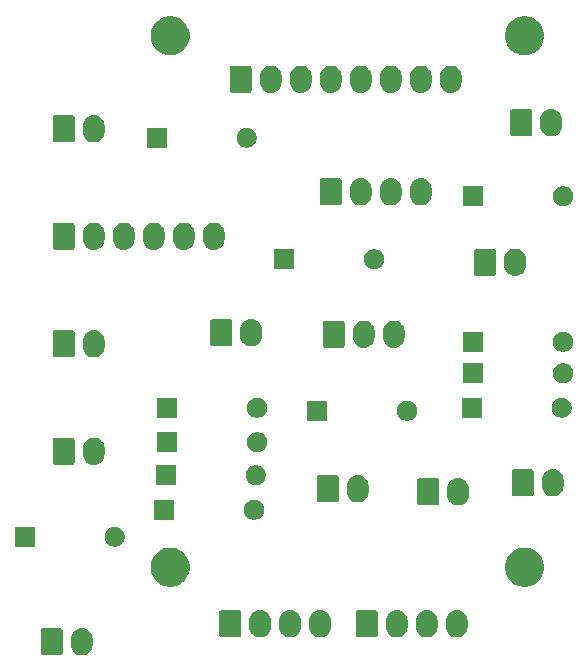
<source format=gbr>
G04 #@! TF.GenerationSoftware,KiCad,Pcbnew,(5.1.5-0-10_14)*
G04 #@! TF.CreationDate,2021-10-11T05:36:10+10:00*
G04 #@! TF.ProjectId,OH - Left Console - 32 - Selective Jettison,4f48202d-204c-4656-9674-20436f6e736f,rev?*
G04 #@! TF.SameCoordinates,Original*
G04 #@! TF.FileFunction,Soldermask,Top*
G04 #@! TF.FilePolarity,Negative*
%FSLAX46Y46*%
G04 Gerber Fmt 4.6, Leading zero omitted, Abs format (unit mm)*
G04 Created by KiCad (PCBNEW (5.1.5-0-10_14)) date 2021-10-11 05:36:10*
%MOMM*%
%LPD*%
G04 APERTURE LIST*
%ADD10C,0.100000*%
G04 APERTURE END LIST*
D10*
G36*
X73332547Y-117607326D02*
G01*
X73506156Y-117659990D01*
X73506158Y-117659991D01*
X73666155Y-117745511D01*
X73806397Y-117860603D01*
X73885729Y-117957271D01*
X73921489Y-118000844D01*
X74007010Y-118160843D01*
X74059674Y-118334452D01*
X74073000Y-118469756D01*
X74073000Y-119020243D01*
X74059674Y-119155548D01*
X74007010Y-119329157D01*
X73921489Y-119489156D01*
X73885729Y-119532729D01*
X73806397Y-119629397D01*
X73709729Y-119708729D01*
X73666156Y-119744489D01*
X73506157Y-119830010D01*
X73332548Y-119882674D01*
X73152000Y-119900456D01*
X72971453Y-119882674D01*
X72797844Y-119830010D01*
X72637845Y-119744489D01*
X72594272Y-119708729D01*
X72497604Y-119629397D01*
X72382513Y-119489157D01*
X72382512Y-119489155D01*
X72296990Y-119329157D01*
X72244326Y-119155548D01*
X72231000Y-119020244D01*
X72231000Y-118469757D01*
X72244326Y-118334453D01*
X72296990Y-118160844D01*
X72382511Y-118000845D01*
X72411801Y-117965155D01*
X72497603Y-117860603D01*
X72623388Y-117757375D01*
X72637844Y-117745511D01*
X72797843Y-117659990D01*
X72971452Y-117607326D01*
X73152000Y-117589544D01*
X73332547Y-117607326D01*
G37*
G36*
X71391561Y-117597966D02*
G01*
X71424383Y-117607923D01*
X71454632Y-117624092D01*
X71481148Y-117645852D01*
X71502908Y-117672368D01*
X71519077Y-117702617D01*
X71529034Y-117735439D01*
X71533000Y-117775713D01*
X71533000Y-119714287D01*
X71529034Y-119754561D01*
X71519077Y-119787383D01*
X71502908Y-119817632D01*
X71481148Y-119844148D01*
X71454632Y-119865908D01*
X71424383Y-119882077D01*
X71391561Y-119892034D01*
X71351287Y-119896000D01*
X69872713Y-119896000D01*
X69832439Y-119892034D01*
X69799617Y-119882077D01*
X69769368Y-119865908D01*
X69742852Y-119844148D01*
X69721092Y-119817632D01*
X69704923Y-119787383D01*
X69694966Y-119754561D01*
X69691000Y-119714287D01*
X69691000Y-117775713D01*
X69694966Y-117735439D01*
X69704923Y-117702617D01*
X69721092Y-117672368D01*
X69742852Y-117645852D01*
X69769368Y-117624092D01*
X69799617Y-117607923D01*
X69832439Y-117597966D01*
X69872713Y-117594000D01*
X71351287Y-117594000D01*
X71391561Y-117597966D01*
G37*
G36*
X88445547Y-116083326D02*
G01*
X88619156Y-116135990D01*
X88619158Y-116135991D01*
X88779155Y-116221511D01*
X88919397Y-116336603D01*
X88998729Y-116433271D01*
X89034489Y-116476844D01*
X89120010Y-116636843D01*
X89172674Y-116810452D01*
X89186000Y-116945756D01*
X89186000Y-117496243D01*
X89172674Y-117631548D01*
X89120010Y-117805157D01*
X89034489Y-117965156D01*
X88998729Y-118008729D01*
X88919397Y-118105397D01*
X88822729Y-118184729D01*
X88779156Y-118220489D01*
X88619157Y-118306010D01*
X88445548Y-118358674D01*
X88265000Y-118376456D01*
X88084453Y-118358674D01*
X87910844Y-118306010D01*
X87750845Y-118220489D01*
X87707272Y-118184729D01*
X87610604Y-118105397D01*
X87495513Y-117965157D01*
X87495512Y-117965155D01*
X87409990Y-117805157D01*
X87357326Y-117631548D01*
X87344000Y-117496244D01*
X87344000Y-116945757D01*
X87357326Y-116810453D01*
X87409990Y-116636844D01*
X87495511Y-116476845D01*
X87495512Y-116476844D01*
X87610603Y-116336603D01*
X87736388Y-116233375D01*
X87750844Y-116221511D01*
X87910843Y-116135990D01*
X88084452Y-116083326D01*
X88265000Y-116065544D01*
X88445547Y-116083326D01*
G37*
G36*
X90985547Y-116083326D02*
G01*
X91159156Y-116135990D01*
X91159158Y-116135991D01*
X91319155Y-116221511D01*
X91459397Y-116336603D01*
X91538729Y-116433271D01*
X91574489Y-116476844D01*
X91660010Y-116636843D01*
X91712674Y-116810452D01*
X91726000Y-116945756D01*
X91726000Y-117496243D01*
X91712674Y-117631548D01*
X91660010Y-117805157D01*
X91574489Y-117965156D01*
X91538729Y-118008729D01*
X91459397Y-118105397D01*
X91362729Y-118184729D01*
X91319156Y-118220489D01*
X91159157Y-118306010D01*
X90985548Y-118358674D01*
X90805000Y-118376456D01*
X90624453Y-118358674D01*
X90450844Y-118306010D01*
X90290845Y-118220489D01*
X90247272Y-118184729D01*
X90150604Y-118105397D01*
X90035513Y-117965157D01*
X90035512Y-117965155D01*
X89949990Y-117805157D01*
X89897326Y-117631548D01*
X89884000Y-117496244D01*
X89884000Y-116945757D01*
X89897326Y-116810453D01*
X89949990Y-116636844D01*
X90035511Y-116476845D01*
X90035512Y-116476844D01*
X90150603Y-116336603D01*
X90276388Y-116233375D01*
X90290844Y-116221511D01*
X90450843Y-116135990D01*
X90624452Y-116083326D01*
X90805000Y-116065544D01*
X90985547Y-116083326D01*
G37*
G36*
X93525547Y-116083326D02*
G01*
X93699156Y-116135990D01*
X93699158Y-116135991D01*
X93859155Y-116221511D01*
X93999397Y-116336603D01*
X94078729Y-116433271D01*
X94114489Y-116476844D01*
X94200010Y-116636843D01*
X94252674Y-116810452D01*
X94266000Y-116945756D01*
X94266000Y-117496243D01*
X94252674Y-117631548D01*
X94200010Y-117805157D01*
X94114489Y-117965156D01*
X94078729Y-118008729D01*
X93999397Y-118105397D01*
X93902729Y-118184729D01*
X93859156Y-118220489D01*
X93699157Y-118306010D01*
X93525548Y-118358674D01*
X93345000Y-118376456D01*
X93164453Y-118358674D01*
X92990844Y-118306010D01*
X92830845Y-118220489D01*
X92787272Y-118184729D01*
X92690604Y-118105397D01*
X92575513Y-117965157D01*
X92575512Y-117965155D01*
X92489990Y-117805157D01*
X92437326Y-117631548D01*
X92424000Y-117496244D01*
X92424000Y-116945757D01*
X92437326Y-116810453D01*
X92489990Y-116636844D01*
X92575511Y-116476845D01*
X92575512Y-116476844D01*
X92690603Y-116336603D01*
X92816388Y-116233375D01*
X92830844Y-116221511D01*
X92990843Y-116135990D01*
X93164452Y-116083326D01*
X93345000Y-116065544D01*
X93525547Y-116083326D01*
G37*
G36*
X100002547Y-116083326D02*
G01*
X100176156Y-116135990D01*
X100176158Y-116135991D01*
X100336155Y-116221511D01*
X100476397Y-116336603D01*
X100555729Y-116433271D01*
X100591489Y-116476844D01*
X100677010Y-116636843D01*
X100729674Y-116810452D01*
X100743000Y-116945756D01*
X100743000Y-117496243D01*
X100729674Y-117631548D01*
X100677010Y-117805157D01*
X100591489Y-117965156D01*
X100555729Y-118008729D01*
X100476397Y-118105397D01*
X100379729Y-118184729D01*
X100336156Y-118220489D01*
X100176157Y-118306010D01*
X100002548Y-118358674D01*
X99822000Y-118376456D01*
X99641453Y-118358674D01*
X99467844Y-118306010D01*
X99307845Y-118220489D01*
X99264272Y-118184729D01*
X99167604Y-118105397D01*
X99052513Y-117965157D01*
X99052512Y-117965155D01*
X98966990Y-117805157D01*
X98914326Y-117631548D01*
X98901000Y-117496244D01*
X98901000Y-116945757D01*
X98914326Y-116810453D01*
X98966990Y-116636844D01*
X99052511Y-116476845D01*
X99052512Y-116476844D01*
X99167603Y-116336603D01*
X99293388Y-116233375D01*
X99307844Y-116221511D01*
X99467843Y-116135990D01*
X99641452Y-116083326D01*
X99822000Y-116065544D01*
X100002547Y-116083326D01*
G37*
G36*
X102542547Y-116083326D02*
G01*
X102716156Y-116135990D01*
X102716158Y-116135991D01*
X102876155Y-116221511D01*
X103016397Y-116336603D01*
X103095729Y-116433271D01*
X103131489Y-116476844D01*
X103217010Y-116636843D01*
X103269674Y-116810452D01*
X103283000Y-116945756D01*
X103283000Y-117496243D01*
X103269674Y-117631548D01*
X103217010Y-117805157D01*
X103131489Y-117965156D01*
X103095729Y-118008729D01*
X103016397Y-118105397D01*
X102919729Y-118184729D01*
X102876156Y-118220489D01*
X102716157Y-118306010D01*
X102542548Y-118358674D01*
X102362000Y-118376456D01*
X102181453Y-118358674D01*
X102007844Y-118306010D01*
X101847845Y-118220489D01*
X101804272Y-118184729D01*
X101707604Y-118105397D01*
X101592513Y-117965157D01*
X101592512Y-117965155D01*
X101506990Y-117805157D01*
X101454326Y-117631548D01*
X101441000Y-117496244D01*
X101441000Y-116945757D01*
X101454326Y-116810453D01*
X101506990Y-116636844D01*
X101592511Y-116476845D01*
X101592512Y-116476844D01*
X101707603Y-116336603D01*
X101833388Y-116233375D01*
X101847844Y-116221511D01*
X102007843Y-116135990D01*
X102181452Y-116083326D01*
X102362000Y-116065544D01*
X102542547Y-116083326D01*
G37*
G36*
X105082547Y-116083326D02*
G01*
X105256156Y-116135990D01*
X105256158Y-116135991D01*
X105416155Y-116221511D01*
X105556397Y-116336603D01*
X105635729Y-116433271D01*
X105671489Y-116476844D01*
X105757010Y-116636843D01*
X105809674Y-116810452D01*
X105823000Y-116945756D01*
X105823000Y-117496243D01*
X105809674Y-117631548D01*
X105757010Y-117805157D01*
X105671489Y-117965156D01*
X105635729Y-118008729D01*
X105556397Y-118105397D01*
X105459729Y-118184729D01*
X105416156Y-118220489D01*
X105256157Y-118306010D01*
X105082548Y-118358674D01*
X104902000Y-118376456D01*
X104721453Y-118358674D01*
X104547844Y-118306010D01*
X104387845Y-118220489D01*
X104344272Y-118184729D01*
X104247604Y-118105397D01*
X104132513Y-117965157D01*
X104132512Y-117965155D01*
X104046990Y-117805157D01*
X103994326Y-117631548D01*
X103981000Y-117496244D01*
X103981000Y-116945757D01*
X103994326Y-116810453D01*
X104046990Y-116636844D01*
X104132511Y-116476845D01*
X104132512Y-116476844D01*
X104247603Y-116336603D01*
X104373388Y-116233375D01*
X104387844Y-116221511D01*
X104547843Y-116135990D01*
X104721452Y-116083326D01*
X104902000Y-116065544D01*
X105082547Y-116083326D01*
G37*
G36*
X98061561Y-116073966D02*
G01*
X98094383Y-116083923D01*
X98124632Y-116100092D01*
X98151148Y-116121852D01*
X98172908Y-116148368D01*
X98189077Y-116178617D01*
X98199034Y-116211439D01*
X98203000Y-116251713D01*
X98203000Y-118190287D01*
X98199034Y-118230561D01*
X98189077Y-118263383D01*
X98172908Y-118293632D01*
X98151148Y-118320148D01*
X98124632Y-118341908D01*
X98094383Y-118358077D01*
X98061561Y-118368034D01*
X98021287Y-118372000D01*
X96542713Y-118372000D01*
X96502439Y-118368034D01*
X96469617Y-118358077D01*
X96439368Y-118341908D01*
X96412852Y-118320148D01*
X96391092Y-118293632D01*
X96374923Y-118263383D01*
X96364966Y-118230561D01*
X96361000Y-118190287D01*
X96361000Y-116251713D01*
X96364966Y-116211439D01*
X96374923Y-116178617D01*
X96391092Y-116148368D01*
X96412852Y-116121852D01*
X96439368Y-116100092D01*
X96469617Y-116083923D01*
X96502439Y-116073966D01*
X96542713Y-116070000D01*
X98021287Y-116070000D01*
X98061561Y-116073966D01*
G37*
G36*
X86504561Y-116073966D02*
G01*
X86537383Y-116083923D01*
X86567632Y-116100092D01*
X86594148Y-116121852D01*
X86615908Y-116148368D01*
X86632077Y-116178617D01*
X86642034Y-116211439D01*
X86646000Y-116251713D01*
X86646000Y-118190287D01*
X86642034Y-118230561D01*
X86632077Y-118263383D01*
X86615908Y-118293632D01*
X86594148Y-118320148D01*
X86567632Y-118341908D01*
X86537383Y-118358077D01*
X86504561Y-118368034D01*
X86464287Y-118372000D01*
X84985713Y-118372000D01*
X84945439Y-118368034D01*
X84912617Y-118358077D01*
X84882368Y-118341908D01*
X84855852Y-118320148D01*
X84834092Y-118293632D01*
X84817923Y-118263383D01*
X84807966Y-118230561D01*
X84804000Y-118190287D01*
X84804000Y-116251713D01*
X84807966Y-116211439D01*
X84817923Y-116178617D01*
X84834092Y-116148368D01*
X84855852Y-116121852D01*
X84882368Y-116100092D01*
X84912617Y-116083923D01*
X84945439Y-116073966D01*
X84985713Y-116070000D01*
X86464287Y-116070000D01*
X86504561Y-116073966D01*
G37*
G36*
X111020256Y-110828298D02*
G01*
X111126579Y-110849447D01*
X111427042Y-110973903D01*
X111697451Y-111154585D01*
X111927415Y-111384549D01*
X112108097Y-111654958D01*
X112232553Y-111955421D01*
X112296000Y-112274391D01*
X112296000Y-112599609D01*
X112232553Y-112918579D01*
X112108097Y-113219042D01*
X111927415Y-113489451D01*
X111697451Y-113719415D01*
X111427042Y-113900097D01*
X111126579Y-114024553D01*
X111020256Y-114045702D01*
X110807611Y-114088000D01*
X110482389Y-114088000D01*
X110269744Y-114045702D01*
X110163421Y-114024553D01*
X109862958Y-113900097D01*
X109592549Y-113719415D01*
X109362585Y-113489451D01*
X109181903Y-113219042D01*
X109057447Y-112918579D01*
X108994000Y-112599609D01*
X108994000Y-112274391D01*
X109057447Y-111955421D01*
X109181903Y-111654958D01*
X109362585Y-111384549D01*
X109592549Y-111154585D01*
X109862958Y-110973903D01*
X110163421Y-110849447D01*
X110269744Y-110828298D01*
X110482389Y-110786000D01*
X110807611Y-110786000D01*
X111020256Y-110828298D01*
G37*
G36*
X81020256Y-110828298D02*
G01*
X81126579Y-110849447D01*
X81427042Y-110973903D01*
X81697451Y-111154585D01*
X81927415Y-111384549D01*
X82108097Y-111654958D01*
X82232553Y-111955421D01*
X82296000Y-112274391D01*
X82296000Y-112599609D01*
X82232553Y-112918579D01*
X82108097Y-113219042D01*
X81927415Y-113489451D01*
X81697451Y-113719415D01*
X81427042Y-113900097D01*
X81126579Y-114024553D01*
X81020256Y-114045702D01*
X80807611Y-114088000D01*
X80482389Y-114088000D01*
X80269744Y-114045702D01*
X80163421Y-114024553D01*
X79862958Y-113900097D01*
X79592549Y-113719415D01*
X79362585Y-113489451D01*
X79181903Y-113219042D01*
X79057447Y-112918579D01*
X78994000Y-112599609D01*
X78994000Y-112274391D01*
X79057447Y-111955421D01*
X79181903Y-111654958D01*
X79362585Y-111384549D01*
X79592549Y-111154585D01*
X79862958Y-110973903D01*
X80163421Y-110849447D01*
X80269744Y-110828298D01*
X80482389Y-110786000D01*
X80807611Y-110786000D01*
X81020256Y-110828298D01*
G37*
G36*
X76194228Y-109036703D02*
G01*
X76349100Y-109100853D01*
X76488481Y-109193985D01*
X76607015Y-109312519D01*
X76700147Y-109451900D01*
X76764297Y-109606772D01*
X76797000Y-109771184D01*
X76797000Y-109938816D01*
X76764297Y-110103228D01*
X76700147Y-110258100D01*
X76607015Y-110397481D01*
X76488481Y-110516015D01*
X76349100Y-110609147D01*
X76194228Y-110673297D01*
X76029816Y-110706000D01*
X75862184Y-110706000D01*
X75697772Y-110673297D01*
X75542900Y-110609147D01*
X75403519Y-110516015D01*
X75284985Y-110397481D01*
X75191853Y-110258100D01*
X75127703Y-110103228D01*
X75095000Y-109938816D01*
X75095000Y-109771184D01*
X75127703Y-109606772D01*
X75191853Y-109451900D01*
X75284985Y-109312519D01*
X75403519Y-109193985D01*
X75542900Y-109100853D01*
X75697772Y-109036703D01*
X75862184Y-109004000D01*
X76029816Y-109004000D01*
X76194228Y-109036703D01*
G37*
G36*
X69177000Y-110706000D02*
G01*
X67475000Y-110706000D01*
X67475000Y-109004000D01*
X69177000Y-109004000D01*
X69177000Y-110706000D01*
G37*
G36*
X88005228Y-106750703D02*
G01*
X88160100Y-106814853D01*
X88299481Y-106907985D01*
X88418015Y-107026519D01*
X88511147Y-107165900D01*
X88575297Y-107320772D01*
X88608000Y-107485184D01*
X88608000Y-107652816D01*
X88575297Y-107817228D01*
X88511147Y-107972100D01*
X88418015Y-108111481D01*
X88299481Y-108230015D01*
X88160100Y-108323147D01*
X88005228Y-108387297D01*
X87840816Y-108420000D01*
X87673184Y-108420000D01*
X87508772Y-108387297D01*
X87353900Y-108323147D01*
X87214519Y-108230015D01*
X87095985Y-108111481D01*
X87002853Y-107972100D01*
X86938703Y-107817228D01*
X86906000Y-107652816D01*
X86906000Y-107485184D01*
X86938703Y-107320772D01*
X87002853Y-107165900D01*
X87095985Y-107026519D01*
X87214519Y-106907985D01*
X87353900Y-106814853D01*
X87508772Y-106750703D01*
X87673184Y-106718000D01*
X87840816Y-106718000D01*
X88005228Y-106750703D01*
G37*
G36*
X80988000Y-108420000D02*
G01*
X79286000Y-108420000D01*
X79286000Y-106718000D01*
X80988000Y-106718000D01*
X80988000Y-108420000D01*
G37*
G36*
X105209547Y-104907326D02*
G01*
X105383156Y-104959990D01*
X105383158Y-104959991D01*
X105543155Y-105045511D01*
X105683397Y-105160603D01*
X105721345Y-105206844D01*
X105798489Y-105300844D01*
X105884010Y-105460843D01*
X105936674Y-105634452D01*
X105950000Y-105769756D01*
X105950000Y-106320243D01*
X105936674Y-106455548D01*
X105884010Y-106629157D01*
X105798489Y-106789156D01*
X105769581Y-106824380D01*
X105683397Y-106929397D01*
X105586729Y-107008729D01*
X105543156Y-107044489D01*
X105383157Y-107130010D01*
X105209548Y-107182674D01*
X105029000Y-107200456D01*
X104848453Y-107182674D01*
X104674844Y-107130010D01*
X104514845Y-107044489D01*
X104471272Y-107008729D01*
X104374604Y-106929397D01*
X104259513Y-106789157D01*
X104259512Y-106789155D01*
X104173990Y-106629157D01*
X104121326Y-106455548D01*
X104108000Y-106320244D01*
X104108000Y-105769757D01*
X104121326Y-105634453D01*
X104173990Y-105460844D01*
X104259511Y-105300845D01*
X104259512Y-105300844D01*
X104374603Y-105160603D01*
X104500388Y-105057375D01*
X104514844Y-105045511D01*
X104674843Y-104959990D01*
X104848452Y-104907326D01*
X105029000Y-104889544D01*
X105209547Y-104907326D01*
G37*
G36*
X103268561Y-104897966D02*
G01*
X103301383Y-104907923D01*
X103331632Y-104924092D01*
X103358148Y-104945852D01*
X103379908Y-104972368D01*
X103396077Y-105002617D01*
X103406034Y-105035439D01*
X103410000Y-105075713D01*
X103410000Y-107014287D01*
X103406034Y-107054561D01*
X103396077Y-107087383D01*
X103379908Y-107117632D01*
X103358148Y-107144148D01*
X103331632Y-107165908D01*
X103301383Y-107182077D01*
X103268561Y-107192034D01*
X103228287Y-107196000D01*
X101749713Y-107196000D01*
X101709439Y-107192034D01*
X101676617Y-107182077D01*
X101646368Y-107165908D01*
X101619852Y-107144148D01*
X101598092Y-107117632D01*
X101581923Y-107087383D01*
X101571966Y-107054561D01*
X101568000Y-107014287D01*
X101568000Y-105075713D01*
X101571966Y-105035439D01*
X101581923Y-105002617D01*
X101598092Y-104972368D01*
X101619852Y-104945852D01*
X101646368Y-104924092D01*
X101676617Y-104907923D01*
X101709439Y-104897966D01*
X101749713Y-104894000D01*
X103228287Y-104894000D01*
X103268561Y-104897966D01*
G37*
G36*
X96700547Y-104653326D02*
G01*
X96874156Y-104705990D01*
X96874158Y-104705991D01*
X97034155Y-104791511D01*
X97174397Y-104906603D01*
X97227668Y-104971515D01*
X97289489Y-105046844D01*
X97375010Y-105206843D01*
X97427674Y-105380452D01*
X97441000Y-105515756D01*
X97441000Y-106066243D01*
X97427674Y-106201548D01*
X97375010Y-106375157D01*
X97289489Y-106535156D01*
X97253729Y-106578729D01*
X97174397Y-106675397D01*
X97082635Y-106750703D01*
X97034156Y-106790489D01*
X96874157Y-106876010D01*
X96700548Y-106928674D01*
X96520000Y-106946456D01*
X96339453Y-106928674D01*
X96165844Y-106876010D01*
X96005845Y-106790489D01*
X95957366Y-106750703D01*
X95865604Y-106675397D01*
X95750513Y-106535157D01*
X95750512Y-106535155D01*
X95664990Y-106375157D01*
X95612326Y-106201548D01*
X95599000Y-106066244D01*
X95599000Y-105515757D01*
X95612326Y-105380453D01*
X95664990Y-105206844D01*
X95750511Y-105046845D01*
X95779419Y-105011620D01*
X95865603Y-104906603D01*
X95991388Y-104803375D01*
X96005844Y-104791511D01*
X96165843Y-104705990D01*
X96339452Y-104653326D01*
X96520000Y-104635544D01*
X96700547Y-104653326D01*
G37*
G36*
X94759561Y-104643966D02*
G01*
X94792383Y-104653923D01*
X94822632Y-104670092D01*
X94849148Y-104691852D01*
X94870908Y-104718368D01*
X94887077Y-104748617D01*
X94897034Y-104781439D01*
X94901000Y-104821713D01*
X94901000Y-106760287D01*
X94897034Y-106800561D01*
X94887077Y-106833383D01*
X94870908Y-106863632D01*
X94849148Y-106890148D01*
X94822632Y-106911908D01*
X94792383Y-106928077D01*
X94759561Y-106938034D01*
X94719287Y-106942000D01*
X93240713Y-106942000D01*
X93200439Y-106938034D01*
X93167617Y-106928077D01*
X93137368Y-106911908D01*
X93110852Y-106890148D01*
X93089092Y-106863632D01*
X93072923Y-106833383D01*
X93062966Y-106800561D01*
X93059000Y-106760287D01*
X93059000Y-104821713D01*
X93062966Y-104781439D01*
X93072923Y-104748617D01*
X93089092Y-104718368D01*
X93110852Y-104691852D01*
X93137368Y-104670092D01*
X93167617Y-104653923D01*
X93200439Y-104643966D01*
X93240713Y-104640000D01*
X94719287Y-104640000D01*
X94759561Y-104643966D01*
G37*
G36*
X113210547Y-104145326D02*
G01*
X113384156Y-104197990D01*
X113384158Y-104197991D01*
X113544155Y-104283511D01*
X113684397Y-104398603D01*
X113763729Y-104495271D01*
X113799489Y-104538844D01*
X113885010Y-104698843D01*
X113937674Y-104872452D01*
X113951000Y-105007756D01*
X113951000Y-105558243D01*
X113937674Y-105693548D01*
X113885010Y-105867157D01*
X113799489Y-106027156D01*
X113767411Y-106066243D01*
X113684397Y-106167397D01*
X113587729Y-106246729D01*
X113544156Y-106282489D01*
X113384157Y-106368010D01*
X113210548Y-106420674D01*
X113030000Y-106438456D01*
X112849453Y-106420674D01*
X112675844Y-106368010D01*
X112515845Y-106282489D01*
X112472272Y-106246729D01*
X112375604Y-106167397D01*
X112260513Y-106027157D01*
X112260512Y-106027155D01*
X112174990Y-105867157D01*
X112122326Y-105693548D01*
X112109000Y-105558244D01*
X112109000Y-105007757D01*
X112122326Y-104872453D01*
X112174990Y-104698844D01*
X112260511Y-104538845D01*
X112260512Y-104538844D01*
X112375603Y-104398603D01*
X112501388Y-104295375D01*
X112515844Y-104283511D01*
X112675843Y-104197990D01*
X112849452Y-104145326D01*
X113030000Y-104127544D01*
X113210547Y-104145326D01*
G37*
G36*
X111269561Y-104135966D02*
G01*
X111302383Y-104145923D01*
X111332632Y-104162092D01*
X111359148Y-104183852D01*
X111380908Y-104210368D01*
X111397077Y-104240617D01*
X111407034Y-104273439D01*
X111411000Y-104313713D01*
X111411000Y-106252287D01*
X111407034Y-106292561D01*
X111397077Y-106325383D01*
X111380908Y-106355632D01*
X111359148Y-106382148D01*
X111332632Y-106403908D01*
X111302383Y-106420077D01*
X111269561Y-106430034D01*
X111229287Y-106434000D01*
X109750713Y-106434000D01*
X109710439Y-106430034D01*
X109677617Y-106420077D01*
X109647368Y-106403908D01*
X109620852Y-106382148D01*
X109599092Y-106355632D01*
X109582923Y-106325383D01*
X109572966Y-106292561D01*
X109569000Y-106252287D01*
X109569000Y-104313713D01*
X109572966Y-104273439D01*
X109582923Y-104240617D01*
X109599092Y-104210368D01*
X109620852Y-104183852D01*
X109647368Y-104162092D01*
X109677617Y-104145923D01*
X109710439Y-104135966D01*
X109750713Y-104132000D01*
X111229287Y-104132000D01*
X111269561Y-104135966D01*
G37*
G36*
X81115000Y-105499000D02*
G01*
X79413000Y-105499000D01*
X79413000Y-103797000D01*
X81115000Y-103797000D01*
X81115000Y-105499000D01*
G37*
G36*
X88132228Y-103829703D02*
G01*
X88287100Y-103893853D01*
X88426481Y-103986985D01*
X88545015Y-104105519D01*
X88638147Y-104244900D01*
X88702297Y-104399772D01*
X88735000Y-104564184D01*
X88735000Y-104731816D01*
X88702297Y-104896228D01*
X88638147Y-105051100D01*
X88545015Y-105190481D01*
X88426481Y-105309015D01*
X88287100Y-105402147D01*
X88132228Y-105466297D01*
X87967816Y-105499000D01*
X87800184Y-105499000D01*
X87635772Y-105466297D01*
X87480900Y-105402147D01*
X87341519Y-105309015D01*
X87222985Y-105190481D01*
X87129853Y-105051100D01*
X87065703Y-104896228D01*
X87033000Y-104731816D01*
X87033000Y-104564184D01*
X87065703Y-104399772D01*
X87129853Y-104244900D01*
X87222985Y-104105519D01*
X87341519Y-103986985D01*
X87480900Y-103893853D01*
X87635772Y-103829703D01*
X87800184Y-103797000D01*
X87967816Y-103797000D01*
X88132228Y-103829703D01*
G37*
G36*
X74348547Y-101478326D02*
G01*
X74522156Y-101530990D01*
X74522158Y-101530991D01*
X74682155Y-101616511D01*
X74822397Y-101731603D01*
X74901729Y-101828271D01*
X74937489Y-101871844D01*
X75023010Y-102031843D01*
X75075674Y-102205452D01*
X75089000Y-102340756D01*
X75089000Y-102891243D01*
X75075674Y-103026548D01*
X75023010Y-103200157D01*
X74937489Y-103360156D01*
X74901729Y-103403729D01*
X74822397Y-103500397D01*
X74725729Y-103579729D01*
X74682156Y-103615489D01*
X74522157Y-103701010D01*
X74348548Y-103753674D01*
X74168000Y-103771456D01*
X73987453Y-103753674D01*
X73813844Y-103701010D01*
X73653845Y-103615489D01*
X73610272Y-103579729D01*
X73513604Y-103500397D01*
X73398513Y-103360157D01*
X73398512Y-103360155D01*
X73312990Y-103200157D01*
X73260326Y-103026548D01*
X73247000Y-102891244D01*
X73247000Y-102340757D01*
X73260326Y-102205453D01*
X73312990Y-102031844D01*
X73398511Y-101871845D01*
X73398512Y-101871844D01*
X73513603Y-101731603D01*
X73639388Y-101628375D01*
X73653844Y-101616511D01*
X73813843Y-101530990D01*
X73987452Y-101478326D01*
X74168000Y-101460544D01*
X74348547Y-101478326D01*
G37*
G36*
X72407561Y-101468966D02*
G01*
X72440383Y-101478923D01*
X72470632Y-101495092D01*
X72497148Y-101516852D01*
X72518908Y-101543368D01*
X72535077Y-101573617D01*
X72545034Y-101606439D01*
X72549000Y-101646713D01*
X72549000Y-103585287D01*
X72545034Y-103625561D01*
X72535077Y-103658383D01*
X72518908Y-103688632D01*
X72497148Y-103715148D01*
X72470632Y-103736908D01*
X72440383Y-103753077D01*
X72407561Y-103763034D01*
X72367287Y-103767000D01*
X70888713Y-103767000D01*
X70848439Y-103763034D01*
X70815617Y-103753077D01*
X70785368Y-103736908D01*
X70758852Y-103715148D01*
X70737092Y-103688632D01*
X70720923Y-103658383D01*
X70710966Y-103625561D01*
X70707000Y-103585287D01*
X70707000Y-101646713D01*
X70710966Y-101606439D01*
X70720923Y-101573617D01*
X70737092Y-101543368D01*
X70758852Y-101516852D01*
X70785368Y-101495092D01*
X70815617Y-101478923D01*
X70848439Y-101468966D01*
X70888713Y-101465000D01*
X72367287Y-101465000D01*
X72407561Y-101468966D01*
G37*
G36*
X81242000Y-102705000D02*
G01*
X79540000Y-102705000D01*
X79540000Y-101003000D01*
X81242000Y-101003000D01*
X81242000Y-102705000D01*
G37*
G36*
X88259228Y-101035703D02*
G01*
X88414100Y-101099853D01*
X88553481Y-101192985D01*
X88672015Y-101311519D01*
X88765147Y-101450900D01*
X88829297Y-101605772D01*
X88862000Y-101770184D01*
X88862000Y-101937816D01*
X88829297Y-102102228D01*
X88765147Y-102257100D01*
X88672015Y-102396481D01*
X88553481Y-102515015D01*
X88414100Y-102608147D01*
X88259228Y-102672297D01*
X88094816Y-102705000D01*
X87927184Y-102705000D01*
X87762772Y-102672297D01*
X87607900Y-102608147D01*
X87468519Y-102515015D01*
X87349985Y-102396481D01*
X87256853Y-102257100D01*
X87192703Y-102102228D01*
X87160000Y-101937816D01*
X87160000Y-101770184D01*
X87192703Y-101605772D01*
X87256853Y-101450900D01*
X87349985Y-101311519D01*
X87468519Y-101192985D01*
X87607900Y-101099853D01*
X87762772Y-101035703D01*
X87927184Y-101003000D01*
X88094816Y-101003000D01*
X88259228Y-101035703D01*
G37*
G36*
X100959228Y-98368703D02*
G01*
X101114100Y-98432853D01*
X101253481Y-98525985D01*
X101372015Y-98644519D01*
X101465147Y-98783900D01*
X101529297Y-98938772D01*
X101562000Y-99103184D01*
X101562000Y-99270816D01*
X101529297Y-99435228D01*
X101465147Y-99590100D01*
X101372015Y-99729481D01*
X101253481Y-99848015D01*
X101114100Y-99941147D01*
X100959228Y-100005297D01*
X100794816Y-100038000D01*
X100627184Y-100038000D01*
X100462772Y-100005297D01*
X100307900Y-99941147D01*
X100168519Y-99848015D01*
X100049985Y-99729481D01*
X99956853Y-99590100D01*
X99892703Y-99435228D01*
X99860000Y-99270816D01*
X99860000Y-99103184D01*
X99892703Y-98938772D01*
X99956853Y-98783900D01*
X100049985Y-98644519D01*
X100168519Y-98525985D01*
X100307900Y-98432853D01*
X100462772Y-98368703D01*
X100627184Y-98336000D01*
X100794816Y-98336000D01*
X100959228Y-98368703D01*
G37*
G36*
X93942000Y-100038000D02*
G01*
X92240000Y-100038000D01*
X92240000Y-98336000D01*
X93942000Y-98336000D01*
X93942000Y-100038000D01*
G37*
G36*
X88259228Y-98114703D02*
G01*
X88414100Y-98178853D01*
X88553481Y-98271985D01*
X88672015Y-98390519D01*
X88765147Y-98529900D01*
X88829297Y-98684772D01*
X88862000Y-98849184D01*
X88862000Y-99016816D01*
X88829297Y-99181228D01*
X88765147Y-99336100D01*
X88672015Y-99475481D01*
X88553481Y-99594015D01*
X88414100Y-99687147D01*
X88259228Y-99751297D01*
X88094816Y-99784000D01*
X87927184Y-99784000D01*
X87762772Y-99751297D01*
X87607900Y-99687147D01*
X87468519Y-99594015D01*
X87349985Y-99475481D01*
X87256853Y-99336100D01*
X87192703Y-99181228D01*
X87160000Y-99016816D01*
X87160000Y-98849184D01*
X87192703Y-98684772D01*
X87256853Y-98529900D01*
X87349985Y-98390519D01*
X87468519Y-98271985D01*
X87607900Y-98178853D01*
X87762772Y-98114703D01*
X87927184Y-98082000D01*
X88094816Y-98082000D01*
X88259228Y-98114703D01*
G37*
G36*
X107023000Y-99784000D02*
G01*
X105321000Y-99784000D01*
X105321000Y-98082000D01*
X107023000Y-98082000D01*
X107023000Y-99784000D01*
G37*
G36*
X114040228Y-98114703D02*
G01*
X114195100Y-98178853D01*
X114334481Y-98271985D01*
X114453015Y-98390519D01*
X114546147Y-98529900D01*
X114610297Y-98684772D01*
X114643000Y-98849184D01*
X114643000Y-99016816D01*
X114610297Y-99181228D01*
X114546147Y-99336100D01*
X114453015Y-99475481D01*
X114334481Y-99594015D01*
X114195100Y-99687147D01*
X114040228Y-99751297D01*
X113875816Y-99784000D01*
X113708184Y-99784000D01*
X113543772Y-99751297D01*
X113388900Y-99687147D01*
X113249519Y-99594015D01*
X113130985Y-99475481D01*
X113037853Y-99336100D01*
X112973703Y-99181228D01*
X112941000Y-99016816D01*
X112941000Y-98849184D01*
X112973703Y-98684772D01*
X113037853Y-98529900D01*
X113130985Y-98390519D01*
X113249519Y-98271985D01*
X113388900Y-98178853D01*
X113543772Y-98114703D01*
X113708184Y-98082000D01*
X113875816Y-98082000D01*
X114040228Y-98114703D01*
G37*
G36*
X81242000Y-99784000D02*
G01*
X79540000Y-99784000D01*
X79540000Y-98082000D01*
X81242000Y-98082000D01*
X81242000Y-99784000D01*
G37*
G36*
X107150000Y-96863000D02*
G01*
X105448000Y-96863000D01*
X105448000Y-95161000D01*
X107150000Y-95161000D01*
X107150000Y-96863000D01*
G37*
G36*
X114167228Y-95193703D02*
G01*
X114322100Y-95257853D01*
X114461481Y-95350985D01*
X114580015Y-95469519D01*
X114673147Y-95608900D01*
X114737297Y-95763772D01*
X114770000Y-95928184D01*
X114770000Y-96095816D01*
X114737297Y-96260228D01*
X114673147Y-96415100D01*
X114580015Y-96554481D01*
X114461481Y-96673015D01*
X114322100Y-96766147D01*
X114167228Y-96830297D01*
X114002816Y-96863000D01*
X113835184Y-96863000D01*
X113670772Y-96830297D01*
X113515900Y-96766147D01*
X113376519Y-96673015D01*
X113257985Y-96554481D01*
X113164853Y-96415100D01*
X113100703Y-96260228D01*
X113068000Y-96095816D01*
X113068000Y-95928184D01*
X113100703Y-95763772D01*
X113164853Y-95608900D01*
X113257985Y-95469519D01*
X113376519Y-95350985D01*
X113515900Y-95257853D01*
X113670772Y-95193703D01*
X113835184Y-95161000D01*
X114002816Y-95161000D01*
X114167228Y-95193703D01*
G37*
G36*
X74348547Y-92376626D02*
G01*
X74522156Y-92429290D01*
X74522158Y-92429291D01*
X74682155Y-92514811D01*
X74822397Y-92629903D01*
X74866780Y-92683985D01*
X74937489Y-92770144D01*
X75023010Y-92930143D01*
X75075674Y-93103752D01*
X75089000Y-93239056D01*
X75089000Y-93789543D01*
X75075674Y-93924848D01*
X75023010Y-94098457D01*
X74937489Y-94258456D01*
X74901729Y-94302029D01*
X74822397Y-94398697D01*
X74725729Y-94478029D01*
X74682156Y-94513789D01*
X74522157Y-94599310D01*
X74348548Y-94651974D01*
X74168000Y-94669756D01*
X73987453Y-94651974D01*
X73813844Y-94599310D01*
X73653845Y-94513789D01*
X73610272Y-94478029D01*
X73513604Y-94398697D01*
X73398513Y-94258457D01*
X73398512Y-94258455D01*
X73312990Y-94098457D01*
X73260326Y-93924848D01*
X73247000Y-93789544D01*
X73247000Y-93239057D01*
X73260326Y-93103753D01*
X73312990Y-92930144D01*
X73398511Y-92770145D01*
X73398512Y-92770144D01*
X73513603Y-92629903D01*
X73617043Y-92545013D01*
X73653844Y-92514811D01*
X73813843Y-92429290D01*
X73987452Y-92376626D01*
X74168000Y-92358844D01*
X74348547Y-92376626D01*
G37*
G36*
X72407561Y-92367266D02*
G01*
X72440383Y-92377223D01*
X72470632Y-92393392D01*
X72497148Y-92415152D01*
X72518908Y-92441668D01*
X72535077Y-92471917D01*
X72545034Y-92504739D01*
X72549000Y-92545013D01*
X72549000Y-94483587D01*
X72545034Y-94523861D01*
X72535077Y-94556683D01*
X72518908Y-94586932D01*
X72497148Y-94613448D01*
X72470632Y-94635208D01*
X72440383Y-94651377D01*
X72407561Y-94661334D01*
X72367287Y-94665300D01*
X70888713Y-94665300D01*
X70848439Y-94661334D01*
X70815617Y-94651377D01*
X70785368Y-94635208D01*
X70758852Y-94613448D01*
X70737092Y-94586932D01*
X70720923Y-94556683D01*
X70710966Y-94523861D01*
X70707000Y-94483587D01*
X70707000Y-92545013D01*
X70710966Y-92504739D01*
X70720923Y-92471917D01*
X70737092Y-92441668D01*
X70758852Y-92415152D01*
X70785368Y-92393392D01*
X70815617Y-92377223D01*
X70848439Y-92367266D01*
X70888713Y-92363300D01*
X72367287Y-92363300D01*
X72407561Y-92367266D01*
G37*
G36*
X114167228Y-92526703D02*
G01*
X114322100Y-92590853D01*
X114461481Y-92683985D01*
X114580015Y-92802519D01*
X114673147Y-92941900D01*
X114737297Y-93096772D01*
X114770000Y-93261184D01*
X114770000Y-93428816D01*
X114737297Y-93593228D01*
X114673147Y-93748100D01*
X114580015Y-93887481D01*
X114461481Y-94006015D01*
X114322100Y-94099147D01*
X114167228Y-94163297D01*
X114002816Y-94196000D01*
X113835184Y-94196000D01*
X113670772Y-94163297D01*
X113515900Y-94099147D01*
X113376519Y-94006015D01*
X113257985Y-93887481D01*
X113164853Y-93748100D01*
X113100703Y-93593228D01*
X113068000Y-93428816D01*
X113068000Y-93261184D01*
X113100703Y-93096772D01*
X113164853Y-92941900D01*
X113257985Y-92802519D01*
X113376519Y-92683985D01*
X113515900Y-92590853D01*
X113670772Y-92526703D01*
X113835184Y-92494000D01*
X114002816Y-92494000D01*
X114167228Y-92526703D01*
G37*
G36*
X107150000Y-94196000D02*
G01*
X105448000Y-94196000D01*
X105448000Y-92494000D01*
X107150000Y-92494000D01*
X107150000Y-94196000D01*
G37*
G36*
X99748547Y-91572326D02*
G01*
X99922156Y-91624990D01*
X99922158Y-91624991D01*
X100082155Y-91710511D01*
X100222397Y-91825603D01*
X100301729Y-91922271D01*
X100337489Y-91965844D01*
X100423010Y-92125843D01*
X100475674Y-92299452D01*
X100489000Y-92434756D01*
X100489000Y-92985243D01*
X100475674Y-93120548D01*
X100423010Y-93294157D01*
X100337489Y-93454156D01*
X100301729Y-93497729D01*
X100222397Y-93594397D01*
X100146741Y-93656485D01*
X100082156Y-93709489D01*
X99922157Y-93795010D01*
X99748548Y-93847674D01*
X99568000Y-93865456D01*
X99387453Y-93847674D01*
X99213844Y-93795010D01*
X99053845Y-93709489D01*
X98989260Y-93656485D01*
X98913604Y-93594397D01*
X98798513Y-93454157D01*
X98798512Y-93454155D01*
X98712990Y-93294157D01*
X98660326Y-93120548D01*
X98647818Y-92993546D01*
X98647000Y-92985245D01*
X98647000Y-92434756D01*
X98652054Y-92383446D01*
X98660326Y-92299453D01*
X98712990Y-92125844D01*
X98798511Y-91965845D01*
X98798512Y-91965844D01*
X98913603Y-91825603D01*
X99039388Y-91722375D01*
X99053844Y-91710511D01*
X99213843Y-91624990D01*
X99387452Y-91572326D01*
X99568000Y-91554544D01*
X99748547Y-91572326D01*
G37*
G36*
X97208547Y-91572326D02*
G01*
X97382156Y-91624990D01*
X97382158Y-91624991D01*
X97542155Y-91710511D01*
X97682397Y-91825603D01*
X97761729Y-91922271D01*
X97797489Y-91965844D01*
X97883010Y-92125843D01*
X97935674Y-92299452D01*
X97949000Y-92434756D01*
X97949000Y-92985243D01*
X97935674Y-93120548D01*
X97883010Y-93294157D01*
X97797489Y-93454156D01*
X97761729Y-93497729D01*
X97682397Y-93594397D01*
X97606741Y-93656485D01*
X97542156Y-93709489D01*
X97382157Y-93795010D01*
X97208548Y-93847674D01*
X97028000Y-93865456D01*
X96847453Y-93847674D01*
X96673844Y-93795010D01*
X96513845Y-93709489D01*
X96449260Y-93656485D01*
X96373604Y-93594397D01*
X96258513Y-93454157D01*
X96258512Y-93454155D01*
X96172990Y-93294157D01*
X96120326Y-93120548D01*
X96107818Y-92993546D01*
X96107000Y-92985245D01*
X96107000Y-92434756D01*
X96112054Y-92383446D01*
X96120326Y-92299453D01*
X96172990Y-92125844D01*
X96258511Y-91965845D01*
X96258512Y-91965844D01*
X96373603Y-91825603D01*
X96499388Y-91722375D01*
X96513844Y-91710511D01*
X96673843Y-91624990D01*
X96847452Y-91572326D01*
X97028000Y-91554544D01*
X97208547Y-91572326D01*
G37*
G36*
X95267561Y-91562966D02*
G01*
X95300383Y-91572923D01*
X95330632Y-91589092D01*
X95357148Y-91610852D01*
X95378908Y-91637368D01*
X95395077Y-91667617D01*
X95405034Y-91700439D01*
X95409000Y-91740713D01*
X95409000Y-93679287D01*
X95405034Y-93719561D01*
X95395077Y-93752383D01*
X95378908Y-93782632D01*
X95357148Y-93809148D01*
X95330632Y-93830908D01*
X95300383Y-93847077D01*
X95267561Y-93857034D01*
X95227287Y-93861000D01*
X93748713Y-93861000D01*
X93708439Y-93857034D01*
X93675617Y-93847077D01*
X93645368Y-93830908D01*
X93618852Y-93809148D01*
X93597092Y-93782632D01*
X93580923Y-93752383D01*
X93570966Y-93719561D01*
X93567000Y-93679287D01*
X93567000Y-91740713D01*
X93570966Y-91700439D01*
X93580923Y-91667617D01*
X93597092Y-91637368D01*
X93618852Y-91610852D01*
X93645368Y-91589092D01*
X93675617Y-91572923D01*
X93708439Y-91562966D01*
X93748713Y-91559000D01*
X95227287Y-91559000D01*
X95267561Y-91562966D01*
G37*
G36*
X87683547Y-91445326D02*
G01*
X87857156Y-91497990D01*
X87857158Y-91497991D01*
X88017155Y-91583511D01*
X88157397Y-91698603D01*
X88217650Y-91772023D01*
X88272489Y-91838844D01*
X88358010Y-91998843D01*
X88410674Y-92172452D01*
X88410674Y-92172454D01*
X88423183Y-92299455D01*
X88424000Y-92307756D01*
X88424000Y-92858243D01*
X88410674Y-92993548D01*
X88358010Y-93167157D01*
X88272489Y-93327156D01*
X88236729Y-93370729D01*
X88157397Y-93467397D01*
X88060729Y-93546729D01*
X88017156Y-93582489D01*
X87857157Y-93668010D01*
X87683548Y-93720674D01*
X87503000Y-93738456D01*
X87322453Y-93720674D01*
X87148844Y-93668010D01*
X86988845Y-93582489D01*
X86945272Y-93546729D01*
X86848604Y-93467397D01*
X86733513Y-93327157D01*
X86733512Y-93327155D01*
X86647990Y-93167157D01*
X86595326Y-92993548D01*
X86582000Y-92858244D01*
X86582000Y-92307757D01*
X86595326Y-92172453D01*
X86647990Y-91998844D01*
X86733511Y-91838845D01*
X86733512Y-91838844D01*
X86848603Y-91698603D01*
X86955529Y-91610852D01*
X86988844Y-91583511D01*
X87148843Y-91497990D01*
X87322452Y-91445326D01*
X87503000Y-91427544D01*
X87683547Y-91445326D01*
G37*
G36*
X85742561Y-91435966D02*
G01*
X85775383Y-91445923D01*
X85805632Y-91462092D01*
X85832148Y-91483852D01*
X85853908Y-91510368D01*
X85870077Y-91540617D01*
X85880034Y-91573439D01*
X85884000Y-91613713D01*
X85884000Y-93552287D01*
X85880034Y-93592561D01*
X85870077Y-93625383D01*
X85853908Y-93655632D01*
X85832148Y-93682148D01*
X85805632Y-93703908D01*
X85775383Y-93720077D01*
X85742561Y-93730034D01*
X85702287Y-93734000D01*
X84223713Y-93734000D01*
X84183439Y-93730034D01*
X84150617Y-93720077D01*
X84120368Y-93703908D01*
X84093852Y-93682148D01*
X84072092Y-93655632D01*
X84055923Y-93625383D01*
X84045966Y-93592561D01*
X84042000Y-93552287D01*
X84042000Y-91613713D01*
X84045966Y-91573439D01*
X84055923Y-91540617D01*
X84072092Y-91510368D01*
X84093852Y-91483852D01*
X84120368Y-91462092D01*
X84150617Y-91445923D01*
X84183439Y-91435966D01*
X84223713Y-91432000D01*
X85702287Y-91432000D01*
X85742561Y-91435966D01*
G37*
G36*
X110035547Y-85476326D02*
G01*
X110209156Y-85528990D01*
X110209158Y-85528991D01*
X110369155Y-85614511D01*
X110509397Y-85729603D01*
X110588729Y-85826271D01*
X110624489Y-85869844D01*
X110710010Y-86029843D01*
X110762674Y-86203452D01*
X110776000Y-86338756D01*
X110776000Y-86889243D01*
X110762674Y-87024548D01*
X110710010Y-87198157D01*
X110624489Y-87358156D01*
X110588729Y-87401729D01*
X110509397Y-87498397D01*
X110412729Y-87577729D01*
X110369156Y-87613489D01*
X110209157Y-87699010D01*
X110035548Y-87751674D01*
X109855000Y-87769456D01*
X109674453Y-87751674D01*
X109500844Y-87699010D01*
X109340845Y-87613489D01*
X109297272Y-87577729D01*
X109200604Y-87498397D01*
X109085513Y-87358157D01*
X109085512Y-87358155D01*
X108999990Y-87198157D01*
X108947326Y-87024548D01*
X108934000Y-86889244D01*
X108934000Y-86338757D01*
X108947326Y-86203453D01*
X108999990Y-86029844D01*
X109085511Y-85869845D01*
X109085512Y-85869844D01*
X109200603Y-85729603D01*
X109326388Y-85626375D01*
X109340844Y-85614511D01*
X109500843Y-85528990D01*
X109674452Y-85476326D01*
X109855000Y-85458544D01*
X110035547Y-85476326D01*
G37*
G36*
X108094561Y-85466966D02*
G01*
X108127383Y-85476923D01*
X108157632Y-85493092D01*
X108184148Y-85514852D01*
X108205908Y-85541368D01*
X108222077Y-85571617D01*
X108232034Y-85604439D01*
X108236000Y-85644713D01*
X108236000Y-87583287D01*
X108232034Y-87623561D01*
X108222077Y-87656383D01*
X108205908Y-87686632D01*
X108184148Y-87713148D01*
X108157632Y-87734908D01*
X108127383Y-87751077D01*
X108094561Y-87761034D01*
X108054287Y-87765000D01*
X106575713Y-87765000D01*
X106535439Y-87761034D01*
X106502617Y-87751077D01*
X106472368Y-87734908D01*
X106445852Y-87713148D01*
X106424092Y-87686632D01*
X106407923Y-87656383D01*
X106397966Y-87623561D01*
X106394000Y-87583287D01*
X106394000Y-85644713D01*
X106397966Y-85604439D01*
X106407923Y-85571617D01*
X106424092Y-85541368D01*
X106445852Y-85514852D01*
X106472368Y-85493092D01*
X106502617Y-85476923D01*
X106535439Y-85466966D01*
X106575713Y-85463000D01*
X108054287Y-85463000D01*
X108094561Y-85466966D01*
G37*
G36*
X91148000Y-87211000D02*
G01*
X89446000Y-87211000D01*
X89446000Y-85509000D01*
X91148000Y-85509000D01*
X91148000Y-87211000D01*
G37*
G36*
X98165228Y-85541703D02*
G01*
X98320100Y-85605853D01*
X98459481Y-85698985D01*
X98578015Y-85817519D01*
X98671147Y-85956900D01*
X98735297Y-86111772D01*
X98768000Y-86276184D01*
X98768000Y-86443816D01*
X98735297Y-86608228D01*
X98671147Y-86763100D01*
X98578015Y-86902481D01*
X98459481Y-87021015D01*
X98320100Y-87114147D01*
X98165228Y-87178297D01*
X98000816Y-87211000D01*
X97833184Y-87211000D01*
X97668772Y-87178297D01*
X97513900Y-87114147D01*
X97374519Y-87021015D01*
X97255985Y-86902481D01*
X97162853Y-86763100D01*
X97098703Y-86608228D01*
X97066000Y-86443816D01*
X97066000Y-86276184D01*
X97098703Y-86111772D01*
X97162853Y-85956900D01*
X97255985Y-85817519D01*
X97374519Y-85698985D01*
X97513900Y-85605853D01*
X97668772Y-85541703D01*
X97833184Y-85509000D01*
X98000816Y-85509000D01*
X98165228Y-85541703D01*
G37*
G36*
X74348547Y-83275026D02*
G01*
X74522156Y-83327690D01*
X74522158Y-83327691D01*
X74682155Y-83413211D01*
X74822397Y-83528303D01*
X74901729Y-83624971D01*
X74937489Y-83668544D01*
X75023010Y-83828543D01*
X75075674Y-84002152D01*
X75089000Y-84137456D01*
X75089000Y-84687943D01*
X75075674Y-84823248D01*
X75023010Y-84996857D01*
X74937489Y-85156856D01*
X74901729Y-85200429D01*
X74822397Y-85297097D01*
X74725729Y-85376429D01*
X74682156Y-85412189D01*
X74522157Y-85497710D01*
X74348548Y-85550374D01*
X74168000Y-85568156D01*
X73987453Y-85550374D01*
X73813844Y-85497710D01*
X73653845Y-85412189D01*
X73610272Y-85376429D01*
X73513604Y-85297097D01*
X73398513Y-85156857D01*
X73398512Y-85156855D01*
X73312990Y-84996857D01*
X73260326Y-84823248D01*
X73247000Y-84687944D01*
X73247000Y-84137457D01*
X73260326Y-84002153D01*
X73312990Y-83828544D01*
X73398511Y-83668545D01*
X73398512Y-83668544D01*
X73513603Y-83528303D01*
X73639388Y-83425075D01*
X73653844Y-83413211D01*
X73813843Y-83327690D01*
X73987452Y-83275026D01*
X74168000Y-83257244D01*
X74348547Y-83275026D01*
G37*
G36*
X76888547Y-83275026D02*
G01*
X77062156Y-83327690D01*
X77062158Y-83327691D01*
X77222155Y-83413211D01*
X77362397Y-83528303D01*
X77441729Y-83624971D01*
X77477489Y-83668544D01*
X77563010Y-83828543D01*
X77615674Y-84002152D01*
X77629000Y-84137456D01*
X77629000Y-84687943D01*
X77615674Y-84823248D01*
X77563010Y-84996857D01*
X77477489Y-85156856D01*
X77441729Y-85200429D01*
X77362397Y-85297097D01*
X77265729Y-85376429D01*
X77222156Y-85412189D01*
X77062157Y-85497710D01*
X76888548Y-85550374D01*
X76708000Y-85568156D01*
X76527453Y-85550374D01*
X76353844Y-85497710D01*
X76193845Y-85412189D01*
X76150272Y-85376429D01*
X76053604Y-85297097D01*
X75938513Y-85156857D01*
X75938512Y-85156855D01*
X75852990Y-84996857D01*
X75800326Y-84823248D01*
X75787000Y-84687944D01*
X75787000Y-84137457D01*
X75800326Y-84002153D01*
X75852990Y-83828544D01*
X75938511Y-83668545D01*
X75938512Y-83668544D01*
X76053603Y-83528303D01*
X76179388Y-83425075D01*
X76193844Y-83413211D01*
X76353843Y-83327690D01*
X76527452Y-83275026D01*
X76708000Y-83257244D01*
X76888547Y-83275026D01*
G37*
G36*
X79428547Y-83275026D02*
G01*
X79602156Y-83327690D01*
X79602158Y-83327691D01*
X79762155Y-83413211D01*
X79902397Y-83528303D01*
X79981729Y-83624971D01*
X80017489Y-83668544D01*
X80103010Y-83828543D01*
X80155674Y-84002152D01*
X80169000Y-84137456D01*
X80169000Y-84687943D01*
X80155674Y-84823248D01*
X80103010Y-84996857D01*
X80017489Y-85156856D01*
X79981729Y-85200429D01*
X79902397Y-85297097D01*
X79805729Y-85376429D01*
X79762156Y-85412189D01*
X79602157Y-85497710D01*
X79428548Y-85550374D01*
X79248000Y-85568156D01*
X79067453Y-85550374D01*
X78893844Y-85497710D01*
X78733845Y-85412189D01*
X78690272Y-85376429D01*
X78593604Y-85297097D01*
X78478513Y-85156857D01*
X78478512Y-85156855D01*
X78392990Y-84996857D01*
X78340326Y-84823248D01*
X78327000Y-84687944D01*
X78327000Y-84137457D01*
X78340326Y-84002153D01*
X78392990Y-83828544D01*
X78478511Y-83668545D01*
X78478512Y-83668544D01*
X78593603Y-83528303D01*
X78719388Y-83425075D01*
X78733844Y-83413211D01*
X78893843Y-83327690D01*
X79067452Y-83275026D01*
X79248000Y-83257244D01*
X79428547Y-83275026D01*
G37*
G36*
X81968547Y-83275026D02*
G01*
X82142156Y-83327690D01*
X82142158Y-83327691D01*
X82302155Y-83413211D01*
X82442397Y-83528303D01*
X82521729Y-83624971D01*
X82557489Y-83668544D01*
X82643010Y-83828543D01*
X82695674Y-84002152D01*
X82709000Y-84137456D01*
X82709000Y-84687943D01*
X82695674Y-84823248D01*
X82643010Y-84996857D01*
X82557489Y-85156856D01*
X82521729Y-85200429D01*
X82442397Y-85297097D01*
X82345729Y-85376429D01*
X82302156Y-85412189D01*
X82142157Y-85497710D01*
X81968548Y-85550374D01*
X81788000Y-85568156D01*
X81607453Y-85550374D01*
X81433844Y-85497710D01*
X81273845Y-85412189D01*
X81230272Y-85376429D01*
X81133604Y-85297097D01*
X81018513Y-85156857D01*
X81018512Y-85156855D01*
X80932990Y-84996857D01*
X80880326Y-84823248D01*
X80867000Y-84687944D01*
X80867000Y-84137457D01*
X80880326Y-84002153D01*
X80932990Y-83828544D01*
X81018511Y-83668545D01*
X81018512Y-83668544D01*
X81133603Y-83528303D01*
X81259388Y-83425075D01*
X81273844Y-83413211D01*
X81433843Y-83327690D01*
X81607452Y-83275026D01*
X81788000Y-83257244D01*
X81968547Y-83275026D01*
G37*
G36*
X84508547Y-83275026D02*
G01*
X84682156Y-83327690D01*
X84682158Y-83327691D01*
X84842155Y-83413211D01*
X84982397Y-83528303D01*
X85061729Y-83624971D01*
X85097489Y-83668544D01*
X85183010Y-83828543D01*
X85235674Y-84002152D01*
X85249000Y-84137456D01*
X85249000Y-84687943D01*
X85235674Y-84823248D01*
X85183010Y-84996857D01*
X85097489Y-85156856D01*
X85061729Y-85200429D01*
X84982397Y-85297097D01*
X84885729Y-85376429D01*
X84842156Y-85412189D01*
X84682157Y-85497710D01*
X84508548Y-85550374D01*
X84328000Y-85568156D01*
X84147453Y-85550374D01*
X83973844Y-85497710D01*
X83813845Y-85412189D01*
X83770272Y-85376429D01*
X83673604Y-85297097D01*
X83558513Y-85156857D01*
X83558512Y-85156855D01*
X83472990Y-84996857D01*
X83420326Y-84823248D01*
X83407000Y-84687944D01*
X83407000Y-84137457D01*
X83420326Y-84002153D01*
X83472990Y-83828544D01*
X83558511Y-83668545D01*
X83558512Y-83668544D01*
X83673603Y-83528303D01*
X83799388Y-83425075D01*
X83813844Y-83413211D01*
X83973843Y-83327690D01*
X84147452Y-83275026D01*
X84328000Y-83257244D01*
X84508547Y-83275026D01*
G37*
G36*
X72407561Y-83265666D02*
G01*
X72440383Y-83275623D01*
X72470632Y-83291792D01*
X72497148Y-83313552D01*
X72518908Y-83340068D01*
X72535077Y-83370317D01*
X72545034Y-83403139D01*
X72549000Y-83443413D01*
X72549000Y-85381987D01*
X72545034Y-85422261D01*
X72535077Y-85455083D01*
X72518908Y-85485332D01*
X72497148Y-85511848D01*
X72470632Y-85533608D01*
X72440383Y-85549777D01*
X72407561Y-85559734D01*
X72367287Y-85563700D01*
X70888713Y-85563700D01*
X70848439Y-85559734D01*
X70815617Y-85549777D01*
X70785368Y-85533608D01*
X70758852Y-85511848D01*
X70737092Y-85485332D01*
X70720923Y-85455083D01*
X70710966Y-85422261D01*
X70707000Y-85381987D01*
X70707000Y-83443413D01*
X70710966Y-83403139D01*
X70720923Y-83370317D01*
X70737092Y-83340068D01*
X70758852Y-83313552D01*
X70785368Y-83291792D01*
X70815617Y-83275623D01*
X70848439Y-83265666D01*
X70888713Y-83261700D01*
X72367287Y-83261700D01*
X72407561Y-83265666D01*
G37*
G36*
X114167228Y-80207703D02*
G01*
X114322100Y-80271853D01*
X114461481Y-80364985D01*
X114580015Y-80483519D01*
X114673147Y-80622900D01*
X114737297Y-80777772D01*
X114770000Y-80942184D01*
X114770000Y-81109816D01*
X114737297Y-81274228D01*
X114673147Y-81429100D01*
X114580015Y-81568481D01*
X114461481Y-81687015D01*
X114322100Y-81780147D01*
X114167228Y-81844297D01*
X114002816Y-81877000D01*
X113835184Y-81877000D01*
X113670772Y-81844297D01*
X113515900Y-81780147D01*
X113376519Y-81687015D01*
X113257985Y-81568481D01*
X113164853Y-81429100D01*
X113100703Y-81274228D01*
X113068000Y-81109816D01*
X113068000Y-80942184D01*
X113100703Y-80777772D01*
X113164853Y-80622900D01*
X113257985Y-80483519D01*
X113376519Y-80364985D01*
X113515900Y-80271853D01*
X113670772Y-80207703D01*
X113835184Y-80175000D01*
X114002816Y-80175000D01*
X114167228Y-80207703D01*
G37*
G36*
X107150000Y-81877000D02*
G01*
X105448000Y-81877000D01*
X105448000Y-80175000D01*
X107150000Y-80175000D01*
X107150000Y-81877000D01*
G37*
G36*
X96954547Y-79507326D02*
G01*
X97128156Y-79559990D01*
X97128158Y-79559991D01*
X97288155Y-79645511D01*
X97428397Y-79760603D01*
X97507729Y-79857271D01*
X97543489Y-79900844D01*
X97629010Y-80060843D01*
X97681674Y-80234452D01*
X97695000Y-80369756D01*
X97695000Y-80920243D01*
X97681674Y-81055548D01*
X97629010Y-81229157D01*
X97543489Y-81389156D01*
X97507729Y-81432729D01*
X97428397Y-81529397D01*
X97331729Y-81608729D01*
X97288156Y-81644489D01*
X97128157Y-81730010D01*
X96954548Y-81782674D01*
X96774000Y-81800456D01*
X96593453Y-81782674D01*
X96419844Y-81730010D01*
X96259845Y-81644489D01*
X96216272Y-81608729D01*
X96119604Y-81529397D01*
X96004513Y-81389157D01*
X96004512Y-81389155D01*
X95918990Y-81229157D01*
X95866326Y-81055548D01*
X95853000Y-80920244D01*
X95853000Y-80369757D01*
X95866326Y-80234453D01*
X95918990Y-80060844D01*
X96004511Y-79900845D01*
X96004512Y-79900844D01*
X96119603Y-79760603D01*
X96245388Y-79657375D01*
X96259844Y-79645511D01*
X96419843Y-79559990D01*
X96593452Y-79507326D01*
X96774000Y-79489544D01*
X96954547Y-79507326D01*
G37*
G36*
X99494547Y-79507326D02*
G01*
X99668156Y-79559990D01*
X99668158Y-79559991D01*
X99828155Y-79645511D01*
X99968397Y-79760603D01*
X100047729Y-79857271D01*
X100083489Y-79900844D01*
X100169010Y-80060843D01*
X100221674Y-80234452D01*
X100235000Y-80369756D01*
X100235000Y-80920243D01*
X100221674Y-81055548D01*
X100169010Y-81229157D01*
X100083489Y-81389156D01*
X100047729Y-81432729D01*
X99968397Y-81529397D01*
X99871729Y-81608729D01*
X99828156Y-81644489D01*
X99668157Y-81730010D01*
X99494548Y-81782674D01*
X99314000Y-81800456D01*
X99133453Y-81782674D01*
X98959844Y-81730010D01*
X98799845Y-81644489D01*
X98756272Y-81608729D01*
X98659604Y-81529397D01*
X98544513Y-81389157D01*
X98544512Y-81389155D01*
X98458990Y-81229157D01*
X98406326Y-81055548D01*
X98393000Y-80920244D01*
X98393000Y-80369757D01*
X98406326Y-80234453D01*
X98458990Y-80060844D01*
X98544511Y-79900845D01*
X98544512Y-79900844D01*
X98659603Y-79760603D01*
X98785388Y-79657375D01*
X98799844Y-79645511D01*
X98959843Y-79559990D01*
X99133452Y-79507326D01*
X99314000Y-79489544D01*
X99494547Y-79507326D01*
G37*
G36*
X102034547Y-79507326D02*
G01*
X102208156Y-79559990D01*
X102208158Y-79559991D01*
X102368155Y-79645511D01*
X102508397Y-79760603D01*
X102587729Y-79857271D01*
X102623489Y-79900844D01*
X102709010Y-80060843D01*
X102761674Y-80234452D01*
X102775000Y-80369756D01*
X102775000Y-80920243D01*
X102761674Y-81055548D01*
X102709010Y-81229157D01*
X102623489Y-81389156D01*
X102587729Y-81432729D01*
X102508397Y-81529397D01*
X102411729Y-81608729D01*
X102368156Y-81644489D01*
X102208157Y-81730010D01*
X102034548Y-81782674D01*
X101854000Y-81800456D01*
X101673453Y-81782674D01*
X101499844Y-81730010D01*
X101339845Y-81644489D01*
X101296272Y-81608729D01*
X101199604Y-81529397D01*
X101084513Y-81389157D01*
X101084512Y-81389155D01*
X100998990Y-81229157D01*
X100946326Y-81055548D01*
X100933000Y-80920244D01*
X100933000Y-80369757D01*
X100946326Y-80234453D01*
X100998990Y-80060844D01*
X101084511Y-79900845D01*
X101084512Y-79900844D01*
X101199603Y-79760603D01*
X101325388Y-79657375D01*
X101339844Y-79645511D01*
X101499843Y-79559990D01*
X101673452Y-79507326D01*
X101854000Y-79489544D01*
X102034547Y-79507326D01*
G37*
G36*
X95013561Y-79497966D02*
G01*
X95046383Y-79507923D01*
X95076632Y-79524092D01*
X95103148Y-79545852D01*
X95124908Y-79572368D01*
X95141077Y-79602617D01*
X95151034Y-79635439D01*
X95155000Y-79675713D01*
X95155000Y-81614287D01*
X95151034Y-81654561D01*
X95141077Y-81687383D01*
X95124908Y-81717632D01*
X95103148Y-81744148D01*
X95076632Y-81765908D01*
X95046383Y-81782077D01*
X95013561Y-81792034D01*
X94973287Y-81796000D01*
X93494713Y-81796000D01*
X93454439Y-81792034D01*
X93421617Y-81782077D01*
X93391368Y-81765908D01*
X93364852Y-81744148D01*
X93343092Y-81717632D01*
X93326923Y-81687383D01*
X93316966Y-81654561D01*
X93313000Y-81614287D01*
X93313000Y-79675713D01*
X93316966Y-79635439D01*
X93326923Y-79602617D01*
X93343092Y-79572368D01*
X93364852Y-79545852D01*
X93391368Y-79524092D01*
X93421617Y-79507923D01*
X93454439Y-79497966D01*
X93494713Y-79494000D01*
X94973287Y-79494000D01*
X95013561Y-79497966D01*
G37*
G36*
X80353000Y-76924000D02*
G01*
X78651000Y-76924000D01*
X78651000Y-75222000D01*
X80353000Y-75222000D01*
X80353000Y-76924000D01*
G37*
G36*
X87370228Y-75254703D02*
G01*
X87525100Y-75318853D01*
X87664481Y-75411985D01*
X87783015Y-75530519D01*
X87876147Y-75669900D01*
X87940297Y-75824772D01*
X87973000Y-75989184D01*
X87973000Y-76156816D01*
X87940297Y-76321228D01*
X87876147Y-76476100D01*
X87783015Y-76615481D01*
X87664481Y-76734015D01*
X87525100Y-76827147D01*
X87370228Y-76891297D01*
X87205816Y-76924000D01*
X87038184Y-76924000D01*
X86873772Y-76891297D01*
X86718900Y-76827147D01*
X86579519Y-76734015D01*
X86460985Y-76615481D01*
X86367853Y-76476100D01*
X86303703Y-76321228D01*
X86271000Y-76156816D01*
X86271000Y-75989184D01*
X86303703Y-75824772D01*
X86367853Y-75669900D01*
X86460985Y-75530519D01*
X86579519Y-75411985D01*
X86718900Y-75318853D01*
X86873772Y-75254703D01*
X87038184Y-75222000D01*
X87205816Y-75222000D01*
X87370228Y-75254703D01*
G37*
G36*
X74348547Y-74173326D02*
G01*
X74522156Y-74225990D01*
X74522158Y-74225991D01*
X74682155Y-74311511D01*
X74822397Y-74426603D01*
X74901729Y-74523271D01*
X74937489Y-74566844D01*
X75023010Y-74726843D01*
X75075674Y-74900452D01*
X75089000Y-75035756D01*
X75089000Y-75586243D01*
X75075674Y-75721548D01*
X75023010Y-75895157D01*
X74937489Y-76055156D01*
X74901729Y-76098729D01*
X74822397Y-76195397D01*
X74725729Y-76274729D01*
X74682156Y-76310489D01*
X74522157Y-76396010D01*
X74348548Y-76448674D01*
X74168000Y-76466456D01*
X73987453Y-76448674D01*
X73813844Y-76396010D01*
X73653845Y-76310489D01*
X73610272Y-76274729D01*
X73513604Y-76195397D01*
X73398513Y-76055157D01*
X73398512Y-76055155D01*
X73312990Y-75895157D01*
X73260326Y-75721548D01*
X73247000Y-75586244D01*
X73247000Y-75035757D01*
X73260326Y-74900453D01*
X73312990Y-74726844D01*
X73398511Y-74566845D01*
X73398512Y-74566844D01*
X73513603Y-74426603D01*
X73639388Y-74323375D01*
X73653844Y-74311511D01*
X73813843Y-74225990D01*
X73987452Y-74173326D01*
X74168000Y-74155544D01*
X74348547Y-74173326D01*
G37*
G36*
X72407561Y-74163966D02*
G01*
X72440383Y-74173923D01*
X72470632Y-74190092D01*
X72497148Y-74211852D01*
X72518908Y-74238368D01*
X72535077Y-74268617D01*
X72545034Y-74301439D01*
X72549000Y-74341713D01*
X72549000Y-76280287D01*
X72545034Y-76320561D01*
X72535077Y-76353383D01*
X72518908Y-76383632D01*
X72497148Y-76410148D01*
X72470632Y-76431908D01*
X72440383Y-76448077D01*
X72407561Y-76458034D01*
X72367287Y-76462000D01*
X70888713Y-76462000D01*
X70848439Y-76458034D01*
X70815617Y-76448077D01*
X70785368Y-76431908D01*
X70758852Y-76410148D01*
X70737092Y-76383632D01*
X70720923Y-76353383D01*
X70710966Y-76320561D01*
X70707000Y-76280287D01*
X70707000Y-74341713D01*
X70710966Y-74301439D01*
X70720923Y-74268617D01*
X70737092Y-74238368D01*
X70758852Y-74211852D01*
X70785368Y-74190092D01*
X70815617Y-74173923D01*
X70848439Y-74163966D01*
X70888713Y-74160000D01*
X72367287Y-74160000D01*
X72407561Y-74163966D01*
G37*
G36*
X113083547Y-73665326D02*
G01*
X113257156Y-73717990D01*
X113257158Y-73717991D01*
X113417155Y-73803511D01*
X113557397Y-73918603D01*
X113636729Y-74015271D01*
X113672489Y-74058844D01*
X113758010Y-74218843D01*
X113810674Y-74392452D01*
X113824000Y-74527756D01*
X113824000Y-75078243D01*
X113810674Y-75213548D01*
X113758010Y-75387157D01*
X113672489Y-75547156D01*
X113640411Y-75586243D01*
X113557397Y-75687397D01*
X113460729Y-75766729D01*
X113417156Y-75802489D01*
X113257157Y-75888010D01*
X113083548Y-75940674D01*
X112903000Y-75958456D01*
X112722453Y-75940674D01*
X112548844Y-75888010D01*
X112388845Y-75802489D01*
X112345272Y-75766729D01*
X112248604Y-75687397D01*
X112133513Y-75547157D01*
X112133512Y-75547155D01*
X112047990Y-75387157D01*
X111995326Y-75213548D01*
X111982000Y-75078244D01*
X111982000Y-74527757D01*
X111995326Y-74392453D01*
X112047990Y-74218844D01*
X112133511Y-74058845D01*
X112133512Y-74058844D01*
X112248603Y-73918603D01*
X112374388Y-73815375D01*
X112388844Y-73803511D01*
X112548843Y-73717990D01*
X112722452Y-73665326D01*
X112903000Y-73647544D01*
X113083547Y-73665326D01*
G37*
G36*
X111142561Y-73655966D02*
G01*
X111175383Y-73665923D01*
X111205632Y-73682092D01*
X111232148Y-73703852D01*
X111253908Y-73730368D01*
X111270077Y-73760617D01*
X111280034Y-73793439D01*
X111284000Y-73833713D01*
X111284000Y-75772287D01*
X111280034Y-75812561D01*
X111270077Y-75845383D01*
X111253908Y-75875632D01*
X111232148Y-75902148D01*
X111205632Y-75923908D01*
X111175383Y-75940077D01*
X111142561Y-75950034D01*
X111102287Y-75954000D01*
X109623713Y-75954000D01*
X109583439Y-75950034D01*
X109550617Y-75940077D01*
X109520368Y-75923908D01*
X109493852Y-75902148D01*
X109472092Y-75875632D01*
X109455923Y-75845383D01*
X109445966Y-75812561D01*
X109442000Y-75772287D01*
X109442000Y-73833713D01*
X109445966Y-73793439D01*
X109455923Y-73760617D01*
X109472092Y-73730368D01*
X109493852Y-73703852D01*
X109520368Y-73682092D01*
X109550617Y-73665923D01*
X109583439Y-73655966D01*
X109623713Y-73652000D01*
X111102287Y-73652000D01*
X111142561Y-73655966D01*
G37*
G36*
X104574547Y-69982326D02*
G01*
X104748156Y-70034990D01*
X104748158Y-70034991D01*
X104908155Y-70120511D01*
X105048397Y-70235603D01*
X105127729Y-70332271D01*
X105163489Y-70375844D01*
X105249010Y-70535843D01*
X105301674Y-70709452D01*
X105315000Y-70844756D01*
X105315000Y-71395243D01*
X105301674Y-71530548D01*
X105249010Y-71704157D01*
X105163489Y-71864156D01*
X105127729Y-71907729D01*
X105048397Y-72004397D01*
X104951729Y-72083729D01*
X104908156Y-72119489D01*
X104748157Y-72205010D01*
X104574548Y-72257674D01*
X104394000Y-72275456D01*
X104213453Y-72257674D01*
X104039844Y-72205010D01*
X103879845Y-72119489D01*
X103836272Y-72083729D01*
X103739604Y-72004397D01*
X103624513Y-71864157D01*
X103624512Y-71864155D01*
X103538990Y-71704157D01*
X103486326Y-71530548D01*
X103473000Y-71395244D01*
X103473000Y-70844757D01*
X103486326Y-70709453D01*
X103538990Y-70535844D01*
X103624511Y-70375845D01*
X103624512Y-70375844D01*
X103739603Y-70235603D01*
X103865388Y-70132375D01*
X103879844Y-70120511D01*
X104039843Y-70034990D01*
X104213452Y-69982326D01*
X104394000Y-69964544D01*
X104574547Y-69982326D01*
G37*
G36*
X89334547Y-69982326D02*
G01*
X89508156Y-70034990D01*
X89508158Y-70034991D01*
X89668155Y-70120511D01*
X89808397Y-70235603D01*
X89887729Y-70332271D01*
X89923489Y-70375844D01*
X90009010Y-70535843D01*
X90061674Y-70709452D01*
X90075000Y-70844756D01*
X90075000Y-71395243D01*
X90061674Y-71530548D01*
X90009010Y-71704157D01*
X89923489Y-71864156D01*
X89887729Y-71907729D01*
X89808397Y-72004397D01*
X89711729Y-72083729D01*
X89668156Y-72119489D01*
X89508157Y-72205010D01*
X89334548Y-72257674D01*
X89154000Y-72275456D01*
X88973453Y-72257674D01*
X88799844Y-72205010D01*
X88639845Y-72119489D01*
X88596272Y-72083729D01*
X88499604Y-72004397D01*
X88384513Y-71864157D01*
X88384512Y-71864155D01*
X88298990Y-71704157D01*
X88246326Y-71530548D01*
X88233000Y-71395244D01*
X88233000Y-70844757D01*
X88246326Y-70709453D01*
X88298990Y-70535844D01*
X88384511Y-70375845D01*
X88384512Y-70375844D01*
X88499603Y-70235603D01*
X88625388Y-70132375D01*
X88639844Y-70120511D01*
X88799843Y-70034990D01*
X88973452Y-69982326D01*
X89154000Y-69964544D01*
X89334547Y-69982326D01*
G37*
G36*
X91874547Y-69982326D02*
G01*
X92048156Y-70034990D01*
X92048158Y-70034991D01*
X92208155Y-70120511D01*
X92348397Y-70235603D01*
X92427729Y-70332271D01*
X92463489Y-70375844D01*
X92549010Y-70535843D01*
X92601674Y-70709452D01*
X92615000Y-70844756D01*
X92615000Y-71395243D01*
X92601674Y-71530548D01*
X92549010Y-71704157D01*
X92463489Y-71864156D01*
X92427729Y-71907729D01*
X92348397Y-72004397D01*
X92251729Y-72083729D01*
X92208156Y-72119489D01*
X92048157Y-72205010D01*
X91874548Y-72257674D01*
X91694000Y-72275456D01*
X91513453Y-72257674D01*
X91339844Y-72205010D01*
X91179845Y-72119489D01*
X91136272Y-72083729D01*
X91039604Y-72004397D01*
X90924513Y-71864157D01*
X90924512Y-71864155D01*
X90838990Y-71704157D01*
X90786326Y-71530548D01*
X90773000Y-71395244D01*
X90773000Y-70844757D01*
X90786326Y-70709453D01*
X90838990Y-70535844D01*
X90924511Y-70375845D01*
X90924512Y-70375844D01*
X91039603Y-70235603D01*
X91165388Y-70132375D01*
X91179844Y-70120511D01*
X91339843Y-70034990D01*
X91513452Y-69982326D01*
X91694000Y-69964544D01*
X91874547Y-69982326D01*
G37*
G36*
X94414547Y-69982326D02*
G01*
X94588156Y-70034990D01*
X94588158Y-70034991D01*
X94748155Y-70120511D01*
X94888397Y-70235603D01*
X94967729Y-70332271D01*
X95003489Y-70375844D01*
X95089010Y-70535843D01*
X95141674Y-70709452D01*
X95155000Y-70844756D01*
X95155000Y-71395243D01*
X95141674Y-71530548D01*
X95089010Y-71704157D01*
X95003489Y-71864156D01*
X94967729Y-71907729D01*
X94888397Y-72004397D01*
X94791729Y-72083729D01*
X94748156Y-72119489D01*
X94588157Y-72205010D01*
X94414548Y-72257674D01*
X94234000Y-72275456D01*
X94053453Y-72257674D01*
X93879844Y-72205010D01*
X93719845Y-72119489D01*
X93676272Y-72083729D01*
X93579604Y-72004397D01*
X93464513Y-71864157D01*
X93464512Y-71864155D01*
X93378990Y-71704157D01*
X93326326Y-71530548D01*
X93313000Y-71395244D01*
X93313000Y-70844757D01*
X93326326Y-70709453D01*
X93378990Y-70535844D01*
X93464511Y-70375845D01*
X93464512Y-70375844D01*
X93579603Y-70235603D01*
X93705388Y-70132375D01*
X93719844Y-70120511D01*
X93879843Y-70034990D01*
X94053452Y-69982326D01*
X94234000Y-69964544D01*
X94414547Y-69982326D01*
G37*
G36*
X96954547Y-69982326D02*
G01*
X97128156Y-70034990D01*
X97128158Y-70034991D01*
X97288155Y-70120511D01*
X97428397Y-70235603D01*
X97507729Y-70332271D01*
X97543489Y-70375844D01*
X97629010Y-70535843D01*
X97681674Y-70709452D01*
X97695000Y-70844756D01*
X97695000Y-71395243D01*
X97681674Y-71530548D01*
X97629010Y-71704157D01*
X97543489Y-71864156D01*
X97507729Y-71907729D01*
X97428397Y-72004397D01*
X97331729Y-72083729D01*
X97288156Y-72119489D01*
X97128157Y-72205010D01*
X96954548Y-72257674D01*
X96774000Y-72275456D01*
X96593453Y-72257674D01*
X96419844Y-72205010D01*
X96259845Y-72119489D01*
X96216272Y-72083729D01*
X96119604Y-72004397D01*
X96004513Y-71864157D01*
X96004512Y-71864155D01*
X95918990Y-71704157D01*
X95866326Y-71530548D01*
X95853000Y-71395244D01*
X95853000Y-70844757D01*
X95866326Y-70709453D01*
X95918990Y-70535844D01*
X96004511Y-70375845D01*
X96004512Y-70375844D01*
X96119603Y-70235603D01*
X96245388Y-70132375D01*
X96259844Y-70120511D01*
X96419843Y-70034990D01*
X96593452Y-69982326D01*
X96774000Y-69964544D01*
X96954547Y-69982326D01*
G37*
G36*
X99494547Y-69982326D02*
G01*
X99668156Y-70034990D01*
X99668158Y-70034991D01*
X99828155Y-70120511D01*
X99968397Y-70235603D01*
X100047729Y-70332271D01*
X100083489Y-70375844D01*
X100169010Y-70535843D01*
X100221674Y-70709452D01*
X100235000Y-70844756D01*
X100235000Y-71395243D01*
X100221674Y-71530548D01*
X100169010Y-71704157D01*
X100083489Y-71864156D01*
X100047729Y-71907729D01*
X99968397Y-72004397D01*
X99871729Y-72083729D01*
X99828156Y-72119489D01*
X99668157Y-72205010D01*
X99494548Y-72257674D01*
X99314000Y-72275456D01*
X99133453Y-72257674D01*
X98959844Y-72205010D01*
X98799845Y-72119489D01*
X98756272Y-72083729D01*
X98659604Y-72004397D01*
X98544513Y-71864157D01*
X98544512Y-71864155D01*
X98458990Y-71704157D01*
X98406326Y-71530548D01*
X98393000Y-71395244D01*
X98393000Y-70844757D01*
X98406326Y-70709453D01*
X98458990Y-70535844D01*
X98544511Y-70375845D01*
X98544512Y-70375844D01*
X98659603Y-70235603D01*
X98785388Y-70132375D01*
X98799844Y-70120511D01*
X98959843Y-70034990D01*
X99133452Y-69982326D01*
X99314000Y-69964544D01*
X99494547Y-69982326D01*
G37*
G36*
X102034547Y-69982326D02*
G01*
X102208156Y-70034990D01*
X102208158Y-70034991D01*
X102368155Y-70120511D01*
X102508397Y-70235603D01*
X102587729Y-70332271D01*
X102623489Y-70375844D01*
X102709010Y-70535843D01*
X102761674Y-70709452D01*
X102775000Y-70844756D01*
X102775000Y-71395243D01*
X102761674Y-71530548D01*
X102709010Y-71704157D01*
X102623489Y-71864156D01*
X102587729Y-71907729D01*
X102508397Y-72004397D01*
X102411729Y-72083729D01*
X102368156Y-72119489D01*
X102208157Y-72205010D01*
X102034548Y-72257674D01*
X101854000Y-72275456D01*
X101673453Y-72257674D01*
X101499844Y-72205010D01*
X101339845Y-72119489D01*
X101296272Y-72083729D01*
X101199604Y-72004397D01*
X101084513Y-71864157D01*
X101084512Y-71864155D01*
X100998990Y-71704157D01*
X100946326Y-71530548D01*
X100933000Y-71395244D01*
X100933000Y-70844757D01*
X100946326Y-70709453D01*
X100998990Y-70535844D01*
X101084511Y-70375845D01*
X101084512Y-70375844D01*
X101199603Y-70235603D01*
X101325388Y-70132375D01*
X101339844Y-70120511D01*
X101499843Y-70034990D01*
X101673452Y-69982326D01*
X101854000Y-69964544D01*
X102034547Y-69982326D01*
G37*
G36*
X87393561Y-69972966D02*
G01*
X87426383Y-69982923D01*
X87456632Y-69999092D01*
X87483148Y-70020852D01*
X87504908Y-70047368D01*
X87521077Y-70077617D01*
X87531034Y-70110439D01*
X87535000Y-70150713D01*
X87535000Y-72089287D01*
X87531034Y-72129561D01*
X87521077Y-72162383D01*
X87504908Y-72192632D01*
X87483148Y-72219148D01*
X87456632Y-72240908D01*
X87426383Y-72257077D01*
X87393561Y-72267034D01*
X87353287Y-72271000D01*
X85874713Y-72271000D01*
X85834439Y-72267034D01*
X85801617Y-72257077D01*
X85771368Y-72240908D01*
X85744852Y-72219148D01*
X85723092Y-72192632D01*
X85706923Y-72162383D01*
X85696966Y-72129561D01*
X85693000Y-72089287D01*
X85693000Y-70150713D01*
X85696966Y-70110439D01*
X85706923Y-70077617D01*
X85723092Y-70047368D01*
X85744852Y-70020852D01*
X85771368Y-69999092D01*
X85801617Y-69982923D01*
X85834439Y-69972966D01*
X85874713Y-69969000D01*
X87353287Y-69969000D01*
X87393561Y-69972966D01*
G37*
G36*
X81020256Y-65828298D02*
G01*
X81126579Y-65849447D01*
X81427042Y-65973903D01*
X81697451Y-66154585D01*
X81927415Y-66384549D01*
X82108097Y-66654958D01*
X82232553Y-66955421D01*
X82296000Y-67274391D01*
X82296000Y-67599609D01*
X82232553Y-67918579D01*
X82108097Y-68219042D01*
X81927415Y-68489451D01*
X81697451Y-68719415D01*
X81427042Y-68900097D01*
X81126579Y-69024553D01*
X81020256Y-69045702D01*
X80807611Y-69088000D01*
X80482389Y-69088000D01*
X80269744Y-69045702D01*
X80163421Y-69024553D01*
X79862958Y-68900097D01*
X79592549Y-68719415D01*
X79362585Y-68489451D01*
X79181903Y-68219042D01*
X79057447Y-67918579D01*
X78994000Y-67599609D01*
X78994000Y-67274391D01*
X79057447Y-66955421D01*
X79181903Y-66654958D01*
X79362585Y-66384549D01*
X79592549Y-66154585D01*
X79862958Y-65973903D01*
X80163421Y-65849447D01*
X80269744Y-65828298D01*
X80482389Y-65786000D01*
X80807611Y-65786000D01*
X81020256Y-65828298D01*
G37*
G36*
X111020256Y-65828298D02*
G01*
X111126579Y-65849447D01*
X111427042Y-65973903D01*
X111697451Y-66154585D01*
X111927415Y-66384549D01*
X112108097Y-66654958D01*
X112232553Y-66955421D01*
X112296000Y-67274391D01*
X112296000Y-67599609D01*
X112232553Y-67918579D01*
X112108097Y-68219042D01*
X111927415Y-68489451D01*
X111697451Y-68719415D01*
X111427042Y-68900097D01*
X111126579Y-69024553D01*
X111020256Y-69045702D01*
X110807611Y-69088000D01*
X110482389Y-69088000D01*
X110269744Y-69045702D01*
X110163421Y-69024553D01*
X109862958Y-68900097D01*
X109592549Y-68719415D01*
X109362585Y-68489451D01*
X109181903Y-68219042D01*
X109057447Y-67918579D01*
X108994000Y-67599609D01*
X108994000Y-67274391D01*
X109057447Y-66955421D01*
X109181903Y-66654958D01*
X109362585Y-66384549D01*
X109592549Y-66154585D01*
X109862958Y-65973903D01*
X110163421Y-65849447D01*
X110269744Y-65828298D01*
X110482389Y-65786000D01*
X110807611Y-65786000D01*
X111020256Y-65828298D01*
G37*
M02*

</source>
